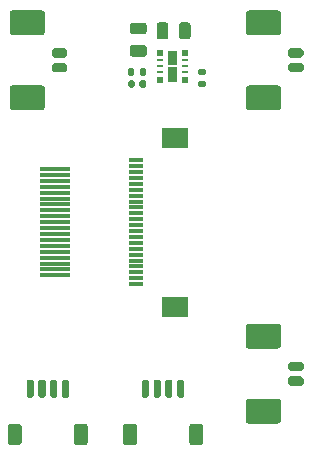
<source format=gbr>
G04 #@! TF.GenerationSoftware,KiCad,Pcbnew,8.0.4*
G04 #@! TF.CreationDate,2025-01-15T23:08:54-08:00*
G04 #@! TF.ProjectId,MIPItoHDMI_Buffered,4d495049-746f-4484-944d-495f42756666,rev?*
G04 #@! TF.SameCoordinates,Original*
G04 #@! TF.FileFunction,Paste,Top*
G04 #@! TF.FilePolarity,Positive*
%FSLAX46Y46*%
G04 Gerber Fmt 4.6, Leading zero omitted, Abs format (unit mm)*
G04 Created by KiCad (PCBNEW 8.0.4) date 2025-01-15 23:08:54*
%MOMM*%
%LPD*%
G01*
G04 APERTURE LIST*
%ADD10C,0.000000*%
%ADD11R,0.533400X0.558800*%
%ADD12R,0.533400X0.279400*%
%ADD13R,1.300000X0.300000*%
%ADD14R,2.200000X1.800000*%
%ADD15R,2.600000X0.300000*%
G04 APERTURE END LIST*
D10*
G04 #@! TO.C,U2*
G36*
X20669900Y-6200000D02*
G01*
X19930100Y-6200000D01*
X19930100Y-4977600D01*
X20669900Y-4977600D01*
X20669900Y-6200000D01*
G37*
G36*
X20669900Y-7622400D02*
G01*
X19930100Y-7622400D01*
X19930100Y-6400000D01*
X20669900Y-6400000D01*
X20669900Y-7622400D01*
G37*
G04 #@! TD*
G04 #@! TO.C,J7*
G36*
G01*
X10300000Y-4775000D02*
X11200000Y-4775000D01*
G75*
G02*
X11400000Y-4975000I0J-200000D01*
G01*
X11400000Y-5375000D01*
G75*
G02*
X11200000Y-5575000I-200000J0D01*
G01*
X10300000Y-5575000D01*
G75*
G02*
X10100000Y-5375000I0J200000D01*
G01*
X10100000Y-4975000D01*
G75*
G02*
X10300000Y-4775000I200000J0D01*
G01*
G37*
G36*
G01*
X10300000Y-6025000D02*
X11200000Y-6025000D01*
G75*
G02*
X11400000Y-6225000I0J-200000D01*
G01*
X11400000Y-6625000D01*
G75*
G02*
X11200000Y-6825000I-200000J0D01*
G01*
X10300000Y-6825000D01*
G75*
G02*
X10100000Y-6625000I0J200000D01*
G01*
X10100000Y-6225000D01*
G75*
G02*
X10300000Y-6025000I200000J0D01*
G01*
G37*
G36*
G01*
X6750001Y-1575000D02*
X9249999Y-1575000D01*
G75*
G02*
X9500000Y-1825001I0J-250001D01*
G01*
X9500000Y-3424999D01*
G75*
G02*
X9249999Y-3675000I-250001J0D01*
G01*
X6750001Y-3675000D01*
G75*
G02*
X6500000Y-3424999I0J250001D01*
G01*
X6500000Y-1825001D01*
G75*
G02*
X6750001Y-1575000I250001J0D01*
G01*
G37*
G36*
G01*
X6750001Y-7925000D02*
X9249999Y-7925000D01*
G75*
G02*
X9500000Y-8175001I0J-250001D01*
G01*
X9500000Y-9774999D01*
G75*
G02*
X9249999Y-10025000I-250001J0D01*
G01*
X6750001Y-10025000D01*
G75*
G02*
X6500000Y-9774999I0J250001D01*
G01*
X6500000Y-8175001D01*
G75*
G02*
X6750001Y-7925000I250001J0D01*
G01*
G37*
G04 #@! TD*
G04 #@! TO.C,J6*
G36*
G01*
X30300000Y-4775000D02*
X31200000Y-4775000D01*
G75*
G02*
X31400000Y-4975000I0J-200000D01*
G01*
X31400000Y-5375000D01*
G75*
G02*
X31200000Y-5575000I-200000J0D01*
G01*
X30300000Y-5575000D01*
G75*
G02*
X30100000Y-5375000I0J200000D01*
G01*
X30100000Y-4975000D01*
G75*
G02*
X30300000Y-4775000I200000J0D01*
G01*
G37*
G36*
G01*
X30300000Y-6025000D02*
X31200000Y-6025000D01*
G75*
G02*
X31400000Y-6225000I0J-200000D01*
G01*
X31400000Y-6625000D01*
G75*
G02*
X31200000Y-6825000I-200000J0D01*
G01*
X30300000Y-6825000D01*
G75*
G02*
X30100000Y-6625000I0J200000D01*
G01*
X30100000Y-6225000D01*
G75*
G02*
X30300000Y-6025000I200000J0D01*
G01*
G37*
G36*
G01*
X26750001Y-1575000D02*
X29249999Y-1575000D01*
G75*
G02*
X29500000Y-1825001I0J-250001D01*
G01*
X29500000Y-3424999D01*
G75*
G02*
X29249999Y-3675000I-250001J0D01*
G01*
X26750001Y-3675000D01*
G75*
G02*
X26500000Y-3424999I0J250001D01*
G01*
X26500000Y-1825001D01*
G75*
G02*
X26750001Y-1575000I250001J0D01*
G01*
G37*
G36*
G01*
X26750001Y-7925000D02*
X29249999Y-7925000D01*
G75*
G02*
X29500000Y-8175001I0J-250001D01*
G01*
X29500000Y-9774999D01*
G75*
G02*
X29249999Y-10025000I-250001J0D01*
G01*
X26750001Y-10025000D01*
G75*
G02*
X26500000Y-9774999I0J250001D01*
G01*
X26500000Y-8175001D01*
G75*
G02*
X26750001Y-7925000I250001J0D01*
G01*
G37*
G04 #@! TD*
G04 #@! TO.C,J4*
G36*
G01*
X17700000Y-34225000D02*
X17700000Y-32975000D01*
G75*
G02*
X17850000Y-32825000I150000J0D01*
G01*
X18150000Y-32825000D01*
G75*
G02*
X18300000Y-32975000I0J-150000D01*
G01*
X18300000Y-34225000D01*
G75*
G02*
X18150000Y-34375000I-150000J0D01*
G01*
X17850000Y-34375000D01*
G75*
G02*
X17700000Y-34225000I0J150000D01*
G01*
G37*
G36*
G01*
X18700000Y-34225000D02*
X18700000Y-32975000D01*
G75*
G02*
X18850000Y-32825000I150000J0D01*
G01*
X19150000Y-32825000D01*
G75*
G02*
X19300000Y-32975000I0J-150000D01*
G01*
X19300000Y-34225000D01*
G75*
G02*
X19150000Y-34375000I-150000J0D01*
G01*
X18850000Y-34375000D01*
G75*
G02*
X18700000Y-34225000I0J150000D01*
G01*
G37*
G36*
G01*
X19700000Y-34225000D02*
X19700000Y-32975000D01*
G75*
G02*
X19850000Y-32825000I150000J0D01*
G01*
X20150000Y-32825000D01*
G75*
G02*
X20300000Y-32975000I0J-150000D01*
G01*
X20300000Y-34225000D01*
G75*
G02*
X20150000Y-34375000I-150000J0D01*
G01*
X19850000Y-34375000D01*
G75*
G02*
X19700000Y-34225000I0J150000D01*
G01*
G37*
G36*
G01*
X20700000Y-34225000D02*
X20700000Y-32975000D01*
G75*
G02*
X20850000Y-32825000I150000J0D01*
G01*
X21150000Y-32825000D01*
G75*
G02*
X21300000Y-32975000I0J-150000D01*
G01*
X21300000Y-34225000D01*
G75*
G02*
X21150000Y-34375000I-150000J0D01*
G01*
X20850000Y-34375000D01*
G75*
G02*
X20700000Y-34225000I0J150000D01*
G01*
G37*
G36*
G01*
X16100000Y-38125000D02*
X16100000Y-36825000D01*
G75*
G02*
X16350000Y-36575000I250000J0D01*
G01*
X17050000Y-36575000D01*
G75*
G02*
X17300000Y-36825000I0J-250000D01*
G01*
X17300000Y-38125000D01*
G75*
G02*
X17050000Y-38375000I-250000J0D01*
G01*
X16350000Y-38375000D01*
G75*
G02*
X16100000Y-38125000I0J250000D01*
G01*
G37*
G36*
G01*
X21700000Y-38125000D02*
X21700000Y-36825000D01*
G75*
G02*
X21950000Y-36575000I250000J0D01*
G01*
X22650000Y-36575000D01*
G75*
G02*
X22900000Y-36825000I0J-250000D01*
G01*
X22900000Y-38125000D01*
G75*
G02*
X22650000Y-38375000I-250000J0D01*
G01*
X21950000Y-38375000D01*
G75*
G02*
X21700000Y-38125000I0J250000D01*
G01*
G37*
G04 #@! TD*
G04 #@! TO.C,J3*
G36*
G01*
X7950000Y-34225000D02*
X7950000Y-32975000D01*
G75*
G02*
X8100000Y-32825000I150000J0D01*
G01*
X8400000Y-32825000D01*
G75*
G02*
X8550000Y-32975000I0J-150000D01*
G01*
X8550000Y-34225000D01*
G75*
G02*
X8400000Y-34375000I-150000J0D01*
G01*
X8100000Y-34375000D01*
G75*
G02*
X7950000Y-34225000I0J150000D01*
G01*
G37*
G36*
G01*
X8950000Y-34225000D02*
X8950000Y-32975000D01*
G75*
G02*
X9100000Y-32825000I150000J0D01*
G01*
X9400000Y-32825000D01*
G75*
G02*
X9550000Y-32975000I0J-150000D01*
G01*
X9550000Y-34225000D01*
G75*
G02*
X9400000Y-34375000I-150000J0D01*
G01*
X9100000Y-34375000D01*
G75*
G02*
X8950000Y-34225000I0J150000D01*
G01*
G37*
G36*
G01*
X9950000Y-34225000D02*
X9950000Y-32975000D01*
G75*
G02*
X10100000Y-32825000I150000J0D01*
G01*
X10400000Y-32825000D01*
G75*
G02*
X10550000Y-32975000I0J-150000D01*
G01*
X10550000Y-34225000D01*
G75*
G02*
X10400000Y-34375000I-150000J0D01*
G01*
X10100000Y-34375000D01*
G75*
G02*
X9950000Y-34225000I0J150000D01*
G01*
G37*
G36*
G01*
X10950000Y-34225000D02*
X10950000Y-32975000D01*
G75*
G02*
X11100000Y-32825000I150000J0D01*
G01*
X11400000Y-32825000D01*
G75*
G02*
X11550000Y-32975000I0J-150000D01*
G01*
X11550000Y-34225000D01*
G75*
G02*
X11400000Y-34375000I-150000J0D01*
G01*
X11100000Y-34375000D01*
G75*
G02*
X10950000Y-34225000I0J150000D01*
G01*
G37*
G36*
G01*
X6350000Y-38125000D02*
X6350000Y-36825000D01*
G75*
G02*
X6600000Y-36575000I250000J0D01*
G01*
X7300000Y-36575000D01*
G75*
G02*
X7550000Y-36825000I0J-250000D01*
G01*
X7550000Y-38125000D01*
G75*
G02*
X7300000Y-38375000I-250000J0D01*
G01*
X6600000Y-38375000D01*
G75*
G02*
X6350000Y-38125000I0J250000D01*
G01*
G37*
G36*
G01*
X11950000Y-38125000D02*
X11950000Y-36825000D01*
G75*
G02*
X12200000Y-36575000I250000J0D01*
G01*
X12900000Y-36575000D01*
G75*
G02*
X13150000Y-36825000I0J-250000D01*
G01*
X13150000Y-38125000D01*
G75*
G02*
X12900000Y-38375000I-250000J0D01*
G01*
X12200000Y-38375000D01*
G75*
G02*
X11950000Y-38125000I0J250000D01*
G01*
G37*
G04 #@! TD*
G04 #@! TO.C,R2*
G36*
G01*
X22985000Y-8080000D02*
X22615000Y-8080000D01*
G75*
G02*
X22480000Y-7945000I0J135000D01*
G01*
X22480000Y-7675000D01*
G75*
G02*
X22615000Y-7540000I135000J0D01*
G01*
X22985000Y-7540000D01*
G75*
G02*
X23120000Y-7675000I0J-135000D01*
G01*
X23120000Y-7945000D01*
G75*
G02*
X22985000Y-8080000I-135000J0D01*
G01*
G37*
G36*
G01*
X22985000Y-7060000D02*
X22615000Y-7060000D01*
G75*
G02*
X22480000Y-6925000I0J135000D01*
G01*
X22480000Y-6655000D01*
G75*
G02*
X22615000Y-6520000I135000J0D01*
G01*
X22985000Y-6520000D01*
G75*
G02*
X23120000Y-6655000I0J-135000D01*
G01*
X23120000Y-6925000D01*
G75*
G02*
X22985000Y-7060000I-135000J0D01*
G01*
G37*
G04 #@! TD*
D11*
G04 #@! TO.C,U2*
X19245900Y-5162499D03*
D12*
X19245900Y-5799874D03*
X19245900Y-6300000D03*
X19245900Y-6800126D03*
D11*
X19245900Y-7437501D03*
X21354100Y-7437501D03*
D12*
X21354100Y-6800126D03*
X21354100Y-6300000D03*
X21354100Y-5799874D03*
D11*
X21354100Y-5162499D03*
G04 #@! TD*
D13*
G04 #@! TO.C,J1*
X17250000Y-24750000D03*
X17250000Y-24250000D03*
X17250000Y-23750000D03*
X17250000Y-23250000D03*
X17250000Y-22750000D03*
X17250000Y-22250000D03*
X17250000Y-21750000D03*
X17250000Y-21250000D03*
X17250000Y-20750000D03*
X17250000Y-20250000D03*
X17250000Y-19750000D03*
X17250000Y-19250000D03*
X17250000Y-18750000D03*
X17250000Y-18250000D03*
X17250000Y-17750000D03*
X17250000Y-17250000D03*
X17250000Y-16750000D03*
X17250000Y-16250000D03*
X17250000Y-15750000D03*
X17250000Y-15250000D03*
X17250000Y-14750000D03*
X17250000Y-14250000D03*
D14*
X20500000Y-26650000D03*
X20500000Y-12350000D03*
G04 #@! TD*
G04 #@! TO.C,R1*
G36*
G01*
X16520000Y-6985000D02*
X16520000Y-6615000D01*
G75*
G02*
X16655000Y-6480000I135000J0D01*
G01*
X16925000Y-6480000D01*
G75*
G02*
X17060000Y-6615000I0J-135000D01*
G01*
X17060000Y-6985000D01*
G75*
G02*
X16925000Y-7120000I-135000J0D01*
G01*
X16655000Y-7120000D01*
G75*
G02*
X16520000Y-6985000I0J135000D01*
G01*
G37*
G36*
G01*
X17540000Y-6985000D02*
X17540000Y-6615000D01*
G75*
G02*
X17675000Y-6480000I135000J0D01*
G01*
X17945000Y-6480000D01*
G75*
G02*
X18080000Y-6615000I0J-135000D01*
G01*
X18080000Y-6985000D01*
G75*
G02*
X17945000Y-7120000I-135000J0D01*
G01*
X17675000Y-7120000D01*
G75*
G02*
X17540000Y-6985000I0J135000D01*
G01*
G37*
G04 #@! TD*
G04 #@! TO.C,J5*
G36*
G01*
X26750001Y-34450000D02*
X29249999Y-34450000D01*
G75*
G02*
X29500000Y-34700001I0J-250001D01*
G01*
X29500000Y-36299999D01*
G75*
G02*
X29249999Y-36550000I-250001J0D01*
G01*
X26750001Y-36550000D01*
G75*
G02*
X26500000Y-36299999I0J250001D01*
G01*
X26500000Y-34700001D01*
G75*
G02*
X26750001Y-34450000I250001J0D01*
G01*
G37*
G36*
G01*
X26750001Y-28100000D02*
X29249999Y-28100000D01*
G75*
G02*
X29500000Y-28350001I0J-250001D01*
G01*
X29500000Y-29949999D01*
G75*
G02*
X29249999Y-30200000I-250001J0D01*
G01*
X26750001Y-30200000D01*
G75*
G02*
X26500000Y-29949999I0J250001D01*
G01*
X26500000Y-28350001D01*
G75*
G02*
X26750001Y-28100000I250001J0D01*
G01*
G37*
G36*
G01*
X30300000Y-32550000D02*
X31200000Y-32550000D01*
G75*
G02*
X31400000Y-32750000I0J-200000D01*
G01*
X31400000Y-33150000D01*
G75*
G02*
X31200000Y-33350000I-200000J0D01*
G01*
X30300000Y-33350000D01*
G75*
G02*
X30100000Y-33150000I0J200000D01*
G01*
X30100000Y-32750000D01*
G75*
G02*
X30300000Y-32550000I200000J0D01*
G01*
G37*
G36*
G01*
X30300000Y-31300000D02*
X31200000Y-31300000D01*
G75*
G02*
X31400000Y-31500000I0J-200000D01*
G01*
X31400000Y-31900000D01*
G75*
G02*
X31200000Y-32100000I-200000J0D01*
G01*
X30300000Y-32100000D01*
G75*
G02*
X30100000Y-31900000I0J200000D01*
G01*
X30100000Y-31500000D01*
G75*
G02*
X30300000Y-31300000I200000J0D01*
G01*
G37*
G04 #@! TD*
G04 #@! TO.C,C2*
G36*
G01*
X21850000Y-2825000D02*
X21850000Y-3775000D01*
G75*
G02*
X21600000Y-4025000I-250000J0D01*
G01*
X21100000Y-4025000D01*
G75*
G02*
X20850000Y-3775000I0J250000D01*
G01*
X20850000Y-2825000D01*
G75*
G02*
X21100000Y-2575000I250000J0D01*
G01*
X21600000Y-2575000D01*
G75*
G02*
X21850000Y-2825000I0J-250000D01*
G01*
G37*
G36*
G01*
X19950000Y-2825000D02*
X19950000Y-3775000D01*
G75*
G02*
X19700000Y-4025000I-250000J0D01*
G01*
X19200000Y-4025000D01*
G75*
G02*
X18950000Y-3775000I0J250000D01*
G01*
X18950000Y-2825000D01*
G75*
G02*
X19200000Y-2575000I250000J0D01*
G01*
X19700000Y-2575000D01*
G75*
G02*
X19950000Y-2825000I0J-250000D01*
G01*
G37*
G04 #@! TD*
G04 #@! TO.C,C3*
G36*
G01*
X18060000Y-7630000D02*
X18060000Y-7970000D01*
G75*
G02*
X17920000Y-8110000I-140000J0D01*
G01*
X17640000Y-8110000D01*
G75*
G02*
X17500000Y-7970000I0J140000D01*
G01*
X17500000Y-7630000D01*
G75*
G02*
X17640000Y-7490000I140000J0D01*
G01*
X17920000Y-7490000D01*
G75*
G02*
X18060000Y-7630000I0J-140000D01*
G01*
G37*
G36*
G01*
X17100000Y-7630000D02*
X17100000Y-7970000D01*
G75*
G02*
X16960000Y-8110000I-140000J0D01*
G01*
X16680000Y-8110000D01*
G75*
G02*
X16540000Y-7970000I0J140000D01*
G01*
X16540000Y-7630000D01*
G75*
G02*
X16680000Y-7490000I140000J0D01*
G01*
X16960000Y-7490000D01*
G75*
G02*
X17100000Y-7630000I0J-140000D01*
G01*
G37*
G04 #@! TD*
G04 #@! TO.C,C1*
G36*
G01*
X16925000Y-2600000D02*
X17875000Y-2600000D01*
G75*
G02*
X18125000Y-2850000I0J-250000D01*
G01*
X18125000Y-3350000D01*
G75*
G02*
X17875000Y-3600000I-250000J0D01*
G01*
X16925000Y-3600000D01*
G75*
G02*
X16675000Y-3350000I0J250000D01*
G01*
X16675000Y-2850000D01*
G75*
G02*
X16925000Y-2600000I250000J0D01*
G01*
G37*
G36*
G01*
X16925000Y-4500000D02*
X17875000Y-4500000D01*
G75*
G02*
X18125000Y-4750000I0J-250000D01*
G01*
X18125000Y-5250000D01*
G75*
G02*
X17875000Y-5500000I-250000J0D01*
G01*
X16925000Y-5500000D01*
G75*
G02*
X16675000Y-5250000I0J250000D01*
G01*
X16675000Y-4750000D01*
G75*
G02*
X16925000Y-4500000I250000J0D01*
G01*
G37*
G04 #@! TD*
D15*
G04 #@! TO.C,J2*
X10385000Y-24000000D03*
X10385000Y-23500000D03*
X10385000Y-23000000D03*
X10385000Y-22500000D03*
X10385000Y-22000000D03*
X10385000Y-21500000D03*
X10385000Y-21000000D03*
X10385000Y-20500000D03*
X10385000Y-20000000D03*
X10385000Y-19500000D03*
X10385000Y-19000000D03*
X10385000Y-18500000D03*
X10385000Y-18000000D03*
X10385000Y-17500000D03*
X10385000Y-17000000D03*
X10385000Y-16500000D03*
X10385000Y-16000000D03*
X10385000Y-15500000D03*
X10385000Y-15000000D03*
G04 #@! TD*
M02*

</source>
